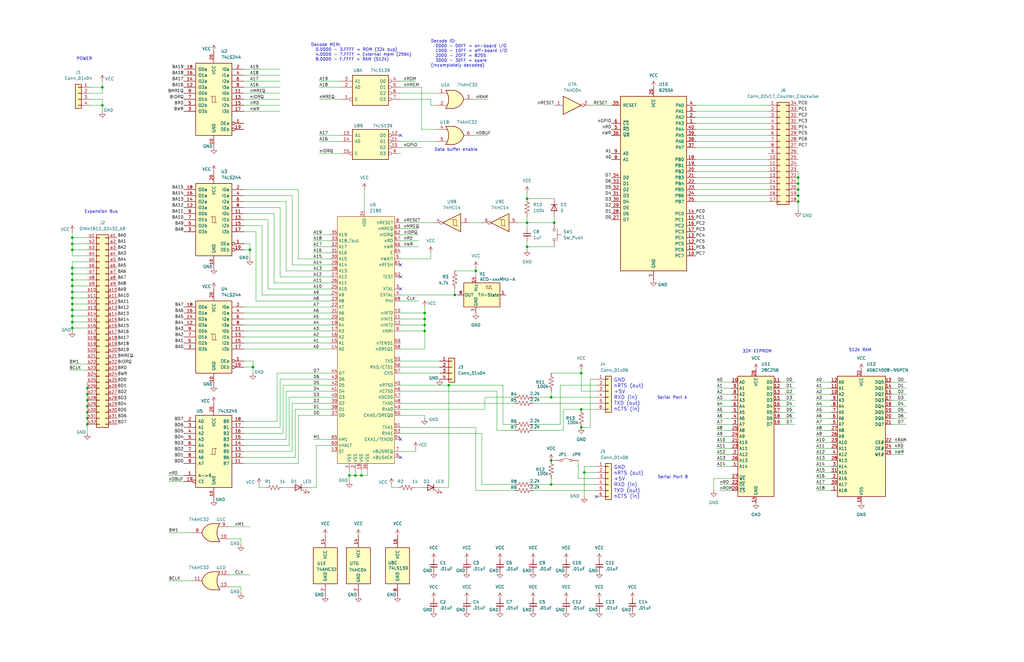
<source format=kicad_sch>
(kicad_sch (version 20231120) (generator "eeschema") (generator_version "8.0")
  (paper "User" 431.8 279.4)
  (junction (at 30.48 115.57))
  (junction (at 149.86 200.66))
  (junction (at 191.77 124.46))
  (junction (at 30.48 120.65))
  (junction (at 152.4 200.66))
  (junction (at 179.07 137.16))
  (junction (at 30.48 123.19))
  (junction (at 222.25 93.98))
  (junction (at 147.32 200.66))
  (junction (at 30.48 128.27))
  (junction (at 336.55 85.09))
  (junction (at 36.83 163.83))
  (junction (at 30.48 133.35))
  (junction (at 336.55 82.55))
  (junction (at 36.83 173.99))
  (junction (at 336.55 77.47))
  (junction (at 30.48 130.81))
  (junction (at 36.83 166.37))
  (junction (at 36.83 179.07))
  (junction (at 200.66 114.3))
  (junction (at 232.41 167.64))
  (junction (at 189.23 162.56))
  (junction (at 30.48 118.11))
  (junction (at 233.68 93.98))
  (junction (at 30.48 113.03))
  (junction (at 43.18 44.45))
  (junction (at 245.11 180.34))
  (junction (at 36.83 176.53))
  (junction (at 36.83 168.91))
  (junction (at 232.41 204.47))
  (junction (at 179.07 139.7))
  (junction (at 245.11 157.48))
  (junction (at 36.83 171.45))
  (junction (at 222.25 83.82))
  (junction (at 30.48 125.73))
  (junction (at 30.48 138.43))
  (junction (at 30.48 135.89))
  (junction (at 106.68 154.94))
  (junction (at 105.41 105.41))
  (junction (at 30.48 105.41))
  (junction (at 222.25 104.14))
  (junction (at 30.48 102.87))
  (junction (at 43.18 36.83))
  (junction (at 336.55 80.01))
  (junction (at 232.41 194.31))
  (junction (at 30.48 100.33))
  (junction (at 336.55 74.93))
  (junction (at 179.07 134.62))
  (junction (at 245.11 172.72))
  (junction (at 179.07 132.08))
  (junction (at 246.38 199.39))
  (no_connect (at 168.91 185.42))
  (no_connect (at 168.91 116.84))
  (no_connect (at 168.91 193.04))
  (no_connect (at 251.46 209.55))
  (no_connect (at 168.91 121.92))
  (no_connect (at 168.91 57.15))
  (no_connect (at 168.91 111.76))
  (wire (pts (xy 30.48 128.27) (xy 30.48 130.81)))
  (wire (pts (xy 375.92 179.07) (xy 382.27 179.07)))
  (wire (pts (xy 222.25 91.44) (xy 222.25 93.98)))
  (wire (pts (xy 30.48 105.41) (xy 30.48 107.95)))
  (wire (pts (xy 179.07 129.54) (xy 179.07 132.08)))
  (wire (pts (xy 344.17 201.93) (xy 350.52 201.93)))
  (wire (pts (xy 212.09 179.07) (xy 217.17 179.07)))
  (wire (pts (xy 168.91 134.62) (xy 179.07 134.62)))
  (wire (pts (xy 110.49 124.46) (xy 139.7 124.46)))
  (wire (pts (xy 168.91 59.69) (xy 184.15 59.69)))
  (wire (pts (xy 248.92 180.34) (xy 248.92 160.02)))
  (wire (pts (xy 43.18 34.29) (xy 43.18 36.83)))
  (wire (pts (xy 246.38 199.39) (xy 251.46 199.39)))
  (wire (pts (xy 302.26 161.29) (xy 308.61 161.29)))
  (wire (pts (xy 200.66 180.34) (xy 200.66 207.01)))
  (wire (pts (xy 181.61 44.45) (xy 184.15 44.45)))
  (wire (pts (xy 232.41 194.31) (xy 233.68 194.31)))
  (wire (pts (xy 224.79 179.07) (xy 236.22 179.07)))
  (wire (pts (xy 232.41 165.1) (xy 232.41 167.64)))
  (wire (pts (xy 43.18 46.99) (xy 43.18 44.45)))
  (wire (pts (xy 168.91 170.18) (xy 217.17 170.18)))
  (wire (pts (xy 246.38 196.85) (xy 246.38 199.39)))
  (wire (pts (xy 237.49 181.61) (xy 237.49 172.72)))
  (wire (pts (xy 30.48 115.57) (xy 36.83 115.57)))
  (wire (pts (xy 344.17 186.69) (xy 350.52 186.69)))
  (wire (pts (xy 344.17 161.29) (xy 350.52 161.29)))
  (wire (pts (xy 344.17 173.99) (xy 350.52 173.99)))
  (wire (pts (xy 102.87 82.55) (xy 123.19 82.55)))
  (wire (pts (xy 154.94 198.12) (xy 154.94 200.66)))
  (wire (pts (xy 30.48 123.19) (xy 30.48 125.73)))
  (wire (pts (xy 43.18 44.45) (xy 43.18 41.91)))
  (wire (pts (xy 344.17 171.45) (xy 350.52 171.45)))
  (wire (pts (xy 168.91 96.52) (xy 176.53 96.52)))
  (wire (pts (xy 113.03 121.92) (xy 139.7 121.92)))
  (wire (pts (xy 30.48 125.73) (xy 30.48 128.27)))
  (wire (pts (xy 344.17 194.31) (xy 350.52 194.31)))
  (wire (pts (xy 199.39 41.91) (xy 205.74 41.91)))
  (wire (pts (xy 30.48 100.33) (xy 30.48 102.87)))
  (wire (pts (xy 302.26 184.15) (xy 308.61 184.15)))
  (wire (pts (xy 168.91 109.22) (xy 181.61 109.22)))
  (wire (pts (xy 232.41 204.47) (xy 251.46 204.47)))
  (wire (pts (xy 168.91 101.6) (xy 176.53 101.6)))
  (wire (pts (xy 43.18 39.37) (xy 43.18 36.83)))
  (wire (pts (xy 168.91 99.06) (xy 176.53 99.06)))
  (wire (pts (xy 102.87 187.96) (xy 121.92 187.96)))
  (wire (pts (xy 71.12 203.2) (xy 77.47 203.2)))
  (wire (pts (xy 105.41 102.87) (xy 105.41 105.41)))
  (wire (pts (xy 302.26 168.91) (xy 308.61 168.91)))
  (wire (pts (xy 30.48 125.73) (xy 36.83 125.73)))
  (wire (pts (xy 30.48 135.89) (xy 30.48 138.43)))
  (wire (pts (xy 118.11 116.84) (xy 139.7 116.84)))
  (wire (pts (xy 121.92 187.96) (xy 121.92 167.64)))
  (wire (pts (xy 245.11 157.48) (xy 245.11 165.1)))
  (wire (pts (xy 204.47 172.72) (xy 204.47 167.64)))
  (wire (pts (xy 106.68 154.94) (xy 106.68 157.48)))
  (wire (pts (xy 109.22 204.47) (xy 109.22 205.74)))
  (wire (pts (xy 107.95 127) (xy 139.7 127)))
  (wire (pts (xy 302.26 176.53) (xy 308.61 176.53)))
  (wire (pts (xy 102.87 41.91) (xy 118.11 41.91)))
  (wire (pts (xy 81.28 245.11) (xy 71.12 245.11)))
  (wire (pts (xy 168.91 93.98) (xy 182.88 93.98)))
  (wire (pts (xy 168.91 139.7) (xy 179.07 139.7)))
  (wire (pts (xy 293.37 49.53) (xy 323.85 49.53)))
  (wire (pts (xy 125.73 175.26) (xy 139.7 175.26)))
  (wire (pts (xy 246.38 199.39) (xy 246.38 209.55)))
  (wire (pts (xy 302.26 191.77) (xy 308.61 191.77)))
  (wire (pts (xy 134.62 57.15) (xy 143.51 57.15)))
  (wire (pts (xy 102.87 85.09) (xy 120.65 85.09)))
  (wire (pts (xy 102.87 147.32) (xy 139.7 147.32)))
  (wire (pts (xy 30.48 113.03) (xy 36.83 113.03)))
  (wire (pts (xy 30.48 118.11) (xy 36.83 118.11)))
  (wire (pts (xy 102.87 177.8) (xy 116.84 177.8)))
  (wire (pts (xy 102.87 180.34) (xy 118.11 180.34)))
  (wire (pts (xy 344.17 181.61) (xy 350.52 181.61)))
  (wire (pts (xy 36.83 110.49) (xy 30.48 110.49)))
  (wire (pts (xy 102.87 87.63) (xy 118.11 87.63)))
  (wire (pts (xy 30.48 102.87) (xy 36.83 102.87)))
  (wire (pts (xy 293.37 57.15) (xy 323.85 57.15)))
  (wire (pts (xy 102.87 92.71) (xy 113.03 92.71)))
  (wire (pts (xy 107.95 97.79) (xy 107.95 127)))
  (wire (pts (xy 36.83 166.37) (xy 36.83 168.91)))
  (wire (pts (xy 336.55 85.09) (xy 336.55 88.9)))
  (wire (pts (xy 237.49 172.72) (xy 245.11 172.72)))
  (wire (pts (xy 147.32 200.66) (xy 147.32 203.2)))
  (wire (pts (xy 132.08 185.42) (xy 139.7 185.42)))
  (wire (pts (xy 134.62 59.69) (xy 143.51 59.69)))
  (wire (pts (xy 222.25 104.14) (xy 233.68 104.14)))
  (wire (pts (xy 102.87 39.37) (xy 118.11 39.37)))
  (wire (pts (xy 120.65 165.1) (xy 139.7 165.1)))
  (wire (pts (xy 29.21 153.67) (xy 36.83 153.67)))
  (wire (pts (xy 375.92 191.77) (xy 381 191.77)))
  (wire (pts (xy 293.37 80.01) (xy 323.85 80.01)))
  (wire (pts (xy 336.55 80.01) (xy 336.55 82.55)))
  (wire (pts (xy 375.92 173.99) (xy 382.27 173.99)))
  (wire (pts (xy 81.28 224.79) (xy 71.12 224.79)))
  (wire (pts (xy 375.92 161.29) (xy 382.27 161.29)))
  (wire (pts (xy 236.22 162.56) (xy 251.46 162.56)))
  (wire (pts (xy 293.37 59.69) (xy 323.85 59.69)))
  (wire (pts (xy 344.17 184.15) (xy 350.52 184.15)))
  (wire (pts (xy 30.48 115.57) (xy 30.48 118.11)))
  (wire (pts (xy 243.84 194.31) (xy 243.84 201.93)))
  (wire (pts (xy 179.07 134.62) (xy 179.07 137.16)))
  (wire (pts (xy 30.48 105.41) (xy 36.83 105.41)))
  (wire (pts (xy 232.41 157.48) (xy 245.11 157.48)))
  (wire (pts (xy 125.73 195.58) (xy 125.73 175.26)))
  (wire (pts (xy 344.17 207.01) (xy 350.52 207.01)))
  (wire (pts (xy 344.17 176.53) (xy 350.52 176.53)))
  (wire (pts (xy 30.48 135.89) (xy 36.83 135.89)))
  (wire (pts (xy 102.87 34.29) (xy 118.11 34.29)))
  (wire (pts (xy 336.55 74.93) (xy 336.55 77.47)))
  (wire (pts (xy 209.55 181.61) (xy 217.17 181.61)))
  (wire (pts (xy 102.87 29.21) (xy 118.11 29.21)))
  (wire (pts (xy 222.25 93.98) (xy 233.68 93.98)))
  (wire (pts (xy 303.53 207.01) (xy 308.61 207.01)))
  (wire (pts (xy 121.92 167.64) (xy 139.7 167.64)))
  (wire (pts (xy 30.48 138.43) (xy 36.83 138.43)))
  (wire (pts (xy 168.91 175.26) (xy 179.07 175.26)))
  (wire (pts (xy 134.62 34.29) (xy 143.51 34.29)))
  (wire (pts (xy 102.87 132.08) (xy 139.7 132.08)))
  (wire (pts (xy 293.37 44.45) (xy 323.85 44.45)))
  (wire (pts (xy 102.87 105.41) (xy 105.41 105.41)))
  (wire (pts (xy 168.91 36.83) (xy 177.8 36.83)))
  (wire (pts (xy 300.99 201.93) (xy 300.99 207.01)))
  (wire (pts (xy 43.18 41.91) (xy 38.1 41.91)))
  (wire (pts (xy 175.26 189.23) (xy 175.26 190.5)))
  (wire (pts (xy 302.26 196.85) (xy 308.61 196.85)))
  (wire (pts (xy 30.48 110.49) (xy 30.48 113.03)))
  (wire (pts (xy 344.17 166.37) (xy 350.52 166.37)))
  (wire (pts (xy 30.48 113.03) (xy 30.48 115.57)))
  (wire (pts (xy 102.87 142.24) (xy 139.7 142.24)))
  (wire (pts (xy 245.11 156.21) (xy 245.11 157.48)))
  (wire (pts (xy 30.48 130.81) (xy 30.48 133.35)))
  (wire (pts (xy 36.83 107.95) (xy 30.48 107.95)))
  (wire (pts (xy 302.26 186.69) (xy 308.61 186.69)))
  (wire (pts (xy 119.38 205.74) (xy 121.92 205.74)))
  (wire (pts (xy 120.65 85.09) (xy 120.65 114.3)))
  (wire (pts (xy 222.25 104.14) (xy 222.25 101.6)))
  (wire (pts (xy 101.6 227.33) (xy 96.52 227.33)))
  (wire (pts (xy 344.17 168.91) (xy 350.52 168.91)))
  (wire (pts (xy 132.08 101.6) (xy 139.7 101.6)))
  (wire (pts (xy 209.55 165.1) (xy 209.55 181.61)))
  (wire (pts (xy 200.66 207.01) (xy 217.17 207.01)))
  (wire (pts (xy 168.91 154.94) (xy 185.42 154.94)))
  (wire (pts (xy 189.23 162.56) (xy 189.23 205.74)))
  (wire (pts (xy 217.17 204.47) (xy 203.2 204.47)))
  (wire (pts (xy 116.84 177.8) (xy 116.84 157.48)))
  (wire (pts (xy 243.84 201.93) (xy 251.46 201.93)))
  (wire (pts (xy 336.55 82.55) (xy 336.55 85.09)))
  (wire (pts (xy 165.1 204.47) (xy 165.1 205.74)))
  (wire (pts (xy 102.87 44.45) (xy 118.11 44.45)))
  (wire (pts (xy 224.79 167.64) (xy 232.41 167.64)))
  (wire (pts (xy 375.92 189.23) (xy 381 189.23)))
  (wire (pts (xy 179.07 137.16) (xy 179.07 139.7)))
  (wire (pts (xy 118.11 160.02) (xy 139.7 160.02)))
  (wire (pts (xy 30.48 128.27) (xy 36.83 128.27)))
  (wire (pts (xy 302.26 173.99) (xy 308.61 173.99)))
  (wire (pts (xy 102.87 95.25) (xy 110.49 95.25)))
  (wire (pts (xy 116.84 157.48) (xy 139.7 157.48)))
  (wire (pts (xy 102.87 97.79) (xy 107.95 97.79)))
  (wire (pts (xy 236.22 179.07) (xy 236.22 162.56)))
  (wire (pts (xy 36.83 179.07) (xy 36.83 182.88)))
  (wire (pts (xy 115.57 90.17) (xy 115.57 119.38)))
  (wire (pts (xy 36.83 168.91) (xy 36.83 171.45)))
  (wire (pts (xy 30.48 120.65) (xy 30.48 123.19)))
  (wire (pts (xy 110.49 95.25) (xy 110.49 124.46)))
  (wire (pts (xy 102.87 137.16) (xy 139.7 137.16)))
  (wire (pts (xy 102.87 154.94) (xy 106.68 154.94)))
  (wire (pts (xy 293.37 54.61) (xy 323.85 54.61)))
  (wire (pts (xy 168.91 39.37) (xy 184.15 39.37)))
  (wire (pts (xy 168.91 137.16) (xy 179.07 137.16)))
  (wire (pts (xy 293.37 82.55) (xy 323.85 82.55)))
  (wire (pts (xy 36.83 161.29) (xy 36.83 163.83)))
  (wire (pts (xy 293.37 62.23) (xy 323.85 62.23)))
  (wire (pts (xy 222.25 93.98) (xy 222.25 96.52)))
  (wire (pts (xy 200.66 114.3) (xy 200.66 116.84)))
  (wire (pts (xy 147.32 198.12) (xy 147.32 200.66)))
  (wire (pts (xy 102.87 144.78) (xy 139.7 144.78)))
  (wire (pts (xy 152.4 200.66) (xy 149.86 200.66)))
  (wire (pts (xy 113.03 92.71) (xy 113.03 121.92)))
  (wire (pts (xy 251.46 172.72) (xy 245.11 172.72)))
  (wire (pts (xy 245.11 180.34) (xy 248.92 180.34)))
  (wire (pts (xy 36.83 173.99) (xy 36.83 176.53)))
  (wire (pts (xy 134.62 41.91) (xy 143.51 41.91)))
  (wire (pts (xy 123.19 170.18) (xy 139.7 170.18)))
  (wire (pts (xy 149.86 200.66) (xy 147.32 200.66)))
  (wire (pts (xy 375.92 168.91) (xy 382.27 168.91)))
  (wire (pts (xy 199.39 57.15) (xy 205.74 57.15)))
  (wire (pts (xy 129.54 205.74) (xy 133.35 205.74)))
  (wire (pts (xy 293.37 52.07) (xy 323.85 52.07)))
  (wire (pts (xy 168.91 162.56) (xy 189.23 162.56)))
  (wire (pts (xy 123.19 82.55) (xy 123.19 111.76)))
  (wire (pts (xy 30.48 118.11) (xy 30.48 120.65)))
  (wire (pts (xy 102.87 139.7) (xy 139.7 139.7)))
  (wire (pts (xy 185.42 205.74) (xy 189.23 205.74)))
  (wire (pts (xy 36.83 176.53) (xy 36.83 179.07)))
  (wire (pts (xy 102.87 195.58) (xy 125.73 195.58)))
  (wire (pts (xy 36.83 171.45) (xy 36.83 173.99)))
  (wire (pts (xy 123.19 111.76) (xy 139.7 111.76)))
  (wire (pts (xy 168.91 180.34) (xy 200.66 180.34)))
  (wire (pts (xy 168.91 127) (xy 176.53 127)))
  (wire (pts (xy 168.91 165.1) (xy 209.55 165.1)))
  (wire (pts (xy 115.57 119.38) (xy 139.7 119.38)))
  (wire (pts (xy 124.46 193.04) (xy 124.46 172.72)))
  (wire (pts (xy 153.67 80.01) (xy 153.67 88.9)))
  (wire (pts (xy 133.35 187.96) (xy 133.35 205.74)))
  (wire (pts (xy 204.47 167.64) (xy 217.17 167.64)))
  (wire (pts (xy 132.08 106.68) (xy 139.7 106.68)))
  (wire (pts (xy 168.91 157.48) (xy 185.42 157.48)))
  (wire (pts (xy 102.87 46.99) (xy 118.11 46.99)))
  (wire (pts (xy 120.65 185.42) (xy 120.65 165.1)))
  (wire (pts (xy 344.17 191.77) (xy 350.52 191.77)))
  (wire (pts (xy 251.46 196.85) (xy 246.38 196.85)))
  (wire (pts (xy 30.48 133.35) (xy 30.48 135.89)))
  (wire (pts (xy 30.48 138.43) (xy 30.48 139.7)))
  (wire (pts (xy 222.25 83.82) (xy 233.68 83.82)))
  (wire (pts (xy 102.87 36.83) (xy 118.11 36.83)))
  (wire (pts (xy 302.26 171.45) (xy 308.61 171.45)))
  (wire (pts (xy 132.08 104.14) (xy 139.7 104.14)))
  (wire (pts (xy 302.26 194.31) (xy 308.61 194.31)))
  (wire (pts (xy 293.37 67.31) (xy 323.85 67.31)))
  (wire (pts (xy 30.48 120.65) (xy 36.83 120.65)))
  (wire (pts (xy 36.83 163.83) (xy 36.83 166.37)))
  (wire (pts (xy 212.09 162.56) (xy 212.09 179.07)))
  (wire (pts (xy 125.73 80.01) (xy 125.73 109.22)))
  (wire (pts (xy 218.44 93.98) (xy 222.25 93.98)))
  (wire (pts (xy 102.87 134.62) (xy 139.7 134.62)))
  (wire (pts (xy 181.61 106.68) (xy 181.61 109.22)))
  (wire (pts (xy 118.11 87.63) (xy 118.11 116.84)))
  (wire (pts (xy 344.17 196.85) (xy 350.52 196.85)))
  (wire (pts (xy 375.92 176.53) (xy 382.27 176.53)))
  (wire (pts (xy 168.91 62.23) (xy 177.8 62.23)))
  (wire (pts (xy 336.55 72.39) (xy 336.55 74.93)))
  (wire (pts (xy 167.64 205.74) (xy 165.1 205.74)))
  (wire (pts (xy 293.37 77.47) (xy 323.85 77.47)))
  (wire (pts (xy 134.62 64.77) (xy 143.51 64.77)))
  (wire (pts (xy 302.26 179.07) (xy 308.61 179.07)))
  (wire (pts (xy 224.79 181.61) (xy 237.49 181.61)))
  (wire (pts (xy 102.87 31.75) (xy 118.11 31.75)))
  (wire (pts (xy 344.17 204.47) (xy 350.52 204.47)))
  (wire (pts (xy 248.92 44.45) (xy 257.81 44.45)))
  (wire (pts (xy 222.25 105.41) (xy 222.25 104.14)))
  (wire (pts (xy 96.52 222.25) (xy 105.41 222.25)))
  (wire (pts (xy 293.37 85.09) (xy 323.85 85.09)))
  (wire (pts (xy 328.93 173.99) (xy 335.28 173.99)))
  (wire (pts (xy 224.79 204.47) (xy 232.41 204.47)))
  (wire (pts (xy 328.93 171.45) (xy 335.28 171.45)))
  (wire (pts (xy 224.79 207.01) (xy 251.46 207.01)))
  (wire (pts (xy 134.62 36.83) (xy 143.51 36.83)))
  (wire (pts (xy 96.52 242.57) (xy 105.41 242.57)))
  (wire (pts (xy 168.91 124.46) (xy 191.77 124.46)))
  (wire (pts (xy 293.37 72.39) (xy 323.85 72.39)))
  (wire (pts (xy 102.87 152.4) (xy 106.68 152.4)))
  (wire (pts (xy 344.17 199.39) (xy 350.52 199.39)))
  (wire (pts (xy 30.48 130.81) (xy 36.83 130.81)))
  (wire (pts (xy 375.92 171.45) (xy 382.27 171.45)))
  (wire (pts (xy 375.92 166.37) (xy 382.27 166.37)))
  (wire (pts (xy 336.55 77.47) (xy 336.55 80.01)))
  (wire (pts (xy 102.87 193.04) (xy 124.46 193.04)))
  (wire (pts (xy 177.8 54.61) (xy 184.15 54.61)))
  (wire (pts (xy 181.61 44.45) (xy 181.61 41.91)))
  (wire (pts (xy 293.37 69.85) (xy 323.85 69.85)))
  (wire (pts (xy 328.93 179.07) (xy 335.28 179.07)))
  (wire (pts (xy 119.38 182.88) (xy 119.38 162.56)))
  (wire (pts (xy 30.48 100.33) (xy 36.83 100.33)))
  (wire (pts (xy 125.73 109.22) (xy 139.7 109.22)))
  (wire (pts (xy 111.76 205.74) (xy 109.22 205.74)))
  (wire (pts (xy 30.48 97.79) (xy 30.48 100.33)))
  (wire (pts (xy 168.91 41.91) (xy 181.61 41.91)))
  (wire (pts (xy 344.17 189.23) (xy 350.52 189.23)))
  (wire (pts (xy 232.41 167.64) (xy 251.46 167.64)))
  (wire (pts (xy 203.2 182.88) (xy 168.91 182.88)))
  (wire (pts (xy 168.91 172.72) (xy 204.47 172.72)))
  (wire (pts (xy 293.37 46.99) (xy 323.85 46.99)))
  (wire (pts (xy 344.17 163.83) (xy 350.52 163.83)))
  (wire (pts (xy 102.87 185.42) (xy 120.65 185.42)))
  (wire (pts (xy 29.21 156.21) (xy 36.83 156.21)))
  (wire (pts (xy 191.77 124.46) (xy 193.04 124.46)))
  (wire (pts (xy 38.1 44.45) (xy 43.18 44.45)))
  (wire (pts (xy 308.61 201.93) (xy 300.99 201.93)))
  (wire (pts (xy 232.41 201.93) (xy 232.41 204.47)))
  (wire (pts (xy 344.17 179.07) (xy 350.52 179.07)))
  (wire (pts (xy 233.68 91.44) (xy 233.68 93.98)))
  (wire (pts (xy 302.26 181.61) (xy 308.61 181.61)))
  (wire (pts (xy 132.08 99.06) (xy 139.7 99.06)))
  (wire (pts (xy 328.93 163.83) (xy 335.28 163.83)))
  (wire (pts (xy 139.7 187.96) (xy 133.35 187.96)))
  (wire (pts (xy 302.26 189.23) (xy 308.61 189.23)))
  (wire (pts (xy 191.77 114.3) (xy 200.66 114.3)))
  (wire (pts (xy 120.65 114.3) (xy 139.7 114.3)))
  (wire (pts (xy 118.11 180.34) (xy 118.11 160.02)))
  (wire (pts (xy 179.07 132.08) (xy 179.07 134.62)))
  (wire (pts (xy 168.91 132.08) (xy 179.07 132.08)))
  (wire (pts (xy 200.66 113.03) (xy 200.66 114.3)))
  (wire (pts (xy 168.91 147.32) (xy 179.07 147.32)))
  (wire (pts (xy 168.91 152.4) (xy 185.42 152.4)))
  (wire (pts (xy 124.46 172.72) (xy 139.7 172.72)))
  (wire (pts (xy 198.12 93.98) (xy 203.2 93.98)))
  (wire (pts (xy 119.38 162.56) (xy 139.7 162.56)))
  (wire (pts (xy 328.93 168.91) (xy 335.28 168.91)))
  (wire (pts (xy 149.86 198.12) (xy 149.86 200.66)))
  (wire (pts (xy 189.23 162.56) (xy 212.09 162.56)))
  (wire (pts (xy 154.94 200.66) (xy 152.4 200.66)))
  (wire (pts (xy 177.8 36.83) (xy 177.8 54.61)))
  (wire (pts (xy 101.6 247.65) (xy 96.52 247.65)))
  (wire (pts (xy 375.92 186.69) (xy 381 186.69)))
  (wire (pts (xy 102.87 182.88) (xy 119.38 182.88)))
  (wire (pts (xy 102.87 90.17) (xy 115.57 90.17)))
  (wire (pts (xy 38.1 39.37) (xy 43.18 39.37)))
  (wire (pts (xy 303.53 204.47) (xy 308.61 204.47)))
  (wire (pts (xy 224.79 170.18) (xy 251.46 170.18)))
  (wire (pts (xy 191.77 121.92) (xy 191.77 124.46)))
  (wire (pts (xy 152.4 198.12) (xy 152.4 200.66)))
  (wire (pts (xy 245.11 165.1) (xy 251.46 165.1)))
  (wire (pts (xy 106.68 152.4) (xy 106.68 154.94)))
  (wire (pts (xy 43.18 36.83) (xy 38.1 36.83)))
  (wire (pts (xy 30.48 123.19) (xy 36.83 123.19)))
  (wire (pts (xy 168.91 104.14) (xy 176.53 104.14)))
  (wire (pts (xy 30.48 133.35) (xy 36.83 133.35)))
  (wire (pts (xy 105.41 105.41) (xy 105.41 109.22)))
  (wire (pts (xy 123.19 190.5) (xy 123.19 170.18)))
  (wire (pts (xy 102.87 102.87) (xy 105.41 102.87)))
  (wire (pts (xy 375.92 163.83) (xy 382.27 163.83)))
  (wire (pts (xy 101.6 229.87) (xy 101.6 227.33)))
  (wire (pts (xy 179.07 175.26) (xy 179.07 176.53)))
  (wire (pts (xy 30.48 102.87) (xy 30.48 105.41)))
  (wire (pts (xy 328.93 176.53) (xy 335.28 176.53)))
  (wire (pts (xy 328.93 166.37) (xy 335.28 166.37)))
  (wire (pts (xy 102.87 80.01) (xy 125.73 80.01)))
  (wire (pts (xy 102.87 190.5) (xy 123.19 190.5)))
  (wire (pts (xy 302.26 166.37) (xy 308.61 166.37)))
  (wire (pts (xy 168.91 34.29) (xy 175.26 34.29)))
  (wire (pts (xy 293.37 74.93) (xy 323.85 74.93)))
  (wire (pts (xy 222.25 83.82) (xy 222.25 81.28)))
  (wire (pts (xy 101.6 250.19) (xy 101.6 247.65)))
  (wire (pts (xy 175.26 205.74) (xy 177.8 205.74)))
  (wire (pts (xy 102.87 129.54) (xy 139.7 129.54)))
  (wire (pts (xy 203.2 204.47) (xy 203.2 182.88)))
  (wire (pts (xy 179.07 147.32) (xy 179.07 139.7)))
  (wire (pts (xy 248.92 160.02) (xy 251.46 160.02)))
  (wire (pts (xy 328.93 161.29) (xy 335.28 161.29)))
  (wire (pts (xy 71.12 200.66) (xy 77.47 200.66)))
  (wire (pts (xy 168.91 190.5) (xy 175.26 190.5)))
  (wire (pts (xy 302.26 163.83) (xy 308.61 163.83)))
  (text "Serial Port B" (at 283.718 201.422 0) (effects (font (size 1.27 1.27))))
  (text "Serial Port A" (at 283.464 167.894 0) (effects (font (size 1.27 1.27))))
  (text "GND\nnRTS (out)\n+5V\nRXD (in)\nTXD (out)\nnCTS (in)" (at 258.826 203.454 0) (effects (font (size 1.524 1.524)) (justify left)))
  (text "Decode MEM:\n  0.0000 - 3.FFFF = ROM (32k dup)\n  4.0000 - 7.FFFF = External mem (256k)\n  8.0000 - F.FFFF = RAM (512k)\n" (at 131.064 22.098 0) (effects (font (size 1.27 1.27)) (justify left)))
  (text "32K EEPROM" (at 319.278 148.336 0) (effects (font (size 1.27 1.27))))
  (text "POWER" (at 35.56 24.892 0) (effects (font (size 1.27 1.27))))
  (text "Decode IO:\n  0000 - 00FF = on-board I/O\n  1000 - 10FF = off-board I/O\n  2000 - 20FF = 8255\n  3000 - 30FF = spare\n(Incompletely decoded)" (at 181.61 22.606 0) (effects (font (size 1.27 1.27)) (justify left)))
  (text "512k RAM" (at 362.712 147.828 0) (effects (font (size 1.27 1.27))))
  (text "Data buffer enable" (at 183.134 63.246 0) (effects (font (size 1.27 1.27)) (justify left)))
  (text "Expansion Bus" (at 35.56 89.408 0) (effects (font (size 1.27 1.27)) (justify left)))
  (text "GND\nnRTS (out)\n+5V\nRXD (in)\nTXD (out)\nnCTS (in)" (at 258.826 166.624 0) (effects (font (size 1.524 1.524)) (justify left)))
  (label "BA16" (at 77.47 36.83 180))
  (label "A4" (at 302.26 171.45 0))
  (label "A11" (at 302.26 189.23 0))
  (label "D2" (at 132.08 170.18 0))
  (label "D0" (at 132.08 175.26 0))
  (label "BA14" (at 49.53 135.89 0))
  (label "A14" (at 132.08 111.76 0))
  (label "BIORQ" (at 77.47 41.91 180))
  (label "A16" (at 344.17 201.93 0))
  (label "BIORQ" (at 49.53 153.67 0))
  (label "BA9" (at 77.47 95.25 180))
  (label "A19" (at 132.08 99.06 0))
  (label "A14" (at 302.26 196.85 0))
  (label "PC2" (at 336.55 49.53 0))
  (label "BA13" (at 77.47 85.09 180))
  (label "A18" (at 132.08 101.6 0))
  (label "BRD" (at 49.53 156.21 0))
  (label "A8" (at 132.08 127 0))
  (label "PC6" (at 293.37 105.41 0))
  (label "A0" (at 344.17 161.29 0))
  (label "A11" (at 344.17 189.23 0))
  (label "nROM" (at 170.18 34.29 0))
  (label "nIORQ" (at 105.41 41.91 0))
  (label "nGPIO" (at 170.18 62.23 0))
  (label "BA14" (at 77.47 82.55 180))
  (label "A9" (at 344.17 184.15 0))
  (label "A1" (at 344.17 163.83 0))
  (label "BA2" (at 77.47 142.24 180))
  (label "CLK" (at 99.06 242.57 0))
  (label "BA3" (at 77.47 139.7 180))
  (label "BA10" (at 49.53 125.73 0))
  (label "A2" (at 344.17 166.37 0))
  (label "PC1" (at 293.37 92.71 0))
  (label "nRESET" (at 170.18 93.98 0))
  (label "D7" (at 132.08 157.48 0))
  (label "BA10" (at 77.47 92.71 180))
  (label "A5" (at 302.26 173.99 0))
  (label "BD3" (at 77.47 187.96 180))
  (label "nDBUF" (at 200.66 57.15 0))
  (label "A12" (at 344.17 191.77 0))
  (label "nROM" (at 303.53 207.01 0))
  (label "BD0" (at 77.47 195.58 180))
  (label "D3" (at 378.46 168.91 0))
  (label "A17" (at 344.17 204.47 0))
  (label "A8" (at 302.26 181.61 0))
  (label "BWR" (at 49.53 158.75 0))
  (label "A17" (at 105.41 34.29 0))
  (label "A6" (at 132.08 132.08 0))
  (label "A10" (at 132.08 121.92 0))
  (label "A18" (at 344.17 207.01 0))
  (label "BD4" (at 49.53 171.45 0))
  (label "BM1" (at 29.21 153.67 0))
  (label "RESET" (at 250.19 44.45 0))
  (label "D3" (at 331.47 168.91 0))
  (label "PC4" (at 293.37 100.33 0))
  (label "BA12" (at 77.47 87.63 180))
  (label "nRD" (at 303.53 204.47 0))
  (label "A12" (at 132.08 116.84 0))
  (label "nRD" (at 257.81 54.61 180))
  (label "BA9" (at 49.53 123.19 0))
  (label "PC5" (at 293.37 102.87 0))
  (label "BA11" (at 77.47 90.17 180))
  (label "BD7" (at 77.47 177.8 180))
  (label "nRAM" (at 377.19 186.69 0))
  (label "nMREQ" (at 134.62 41.91 0))
  (label "A15" (at 344.17 199.39 0))
  (label "BA19" (at 49.53 148.59 0))
  (label "A0" (at 257.81 67.31 180))
  (label "BA6" (at 49.53 115.57 0))
  (label "D6" (at 132.08 160.02 0))
  (label "BA13" (at 49.53 133.35 0))
  (label "BA0" (at 77.47 147.32 180))
  (label "BA2" (at 49.53 105.41 0))
  (label "BA16" (at 49.53 140.97 0))
  (label "A12" (at 302.26 191.77 0))
  (label "PC3" (at 336.55 52.07 0))
  (label "BA18" (at 49.53 146.05 0))
  (label "M1" (at 132.08 185.42 0))
  (label "A11" (at 132.08 119.38 0))
  (label "BA6" (at 77.47 132.08 180))
  (label "nRAM" (at 200.66 41.91 0))
  (label "A16" (at 132.08 106.68 0))
  (label "A2" (at 132.08 142.24 0))
  (label "A7" (at 302.26 179.07 0))
  (label "A0" (at 132.08 147.32 0))
  (label "nM1" (at 99.06 222.25 0))
  (label "BA15" (at 49.53 138.43 0))
  (label "D5" (at 257.81 80.01 180))
  (label "BD4" (at 77.47 185.42 180))
  (label "BMREQ" (at 77.47 39.37 180))
  (label "CLK" (at 171.45 127 0))
  (label "A1" (at 257.81 64.77 180))
  (label "A4" (at 344.17 171.45 0))
  (label "D7" (at 331.47 179.07 0))
  (label "PC6" (at 336.55 59.69 0))
  (label "BD1" (at 49.53 163.83 0))
  (label "BA18" (at 77.47 31.75 180))
  (label "BD6" (at 77.47 180.34 180))
  (label "nMREQ" (at 105.41 39.37 0))
  (label "D2" (at 331.47 166.37 0))
  (label "nWR" (at 170.18 104.14 0))
  (label "A3" (at 132.08 139.7 0))
  (label "A3" (at 344.17 168.91 0))
  (label "BA17" (at 77.47 34.29 180))
  (label "D7" (at 378.46 179.07 0))
  (label "BA0" (at 49.53 100.33 0))
  (label "BD5" (at 77.47 182.88 180))
  (label "BA11" (at 49.53 128.27 0))
  (label "BMREQ" (at 49.53 151.13 0))
  (label "D0" (at 331.47 161.29 0))
  (label "BA3" (at 49.53 107.95 0))
  (label "BCLK" (at 29.21 156.21 0))
  (label "nWR" (at 377.19 191.77 0))
  (label "A18" (at 105.41 31.75 0))
  (label "BA7" (at 77.47 129.54 180))
  (label "A4" (at 132.08 137.16 0))
  (label "BRD" (at 77.47 44.45 180))
  (label "nRD" (at 377.19 189.23 0))
  (label "D1" (at 257.81 90.17 180))
  (label "PC4" (at 336.55 54.61 0))
  (label "nMREQ" (at 170.18 96.52 0))
  (label "D1" (at 378.46 163.83 0))
  (label "D6" (at 331.47 176.53 0))
  (label "PC2" (at 293.37 95.25 0))
  (label "D4" (at 378.46 171.45 0))
  (label "A17" (at 132.08 104.14 0))
  (label "A18" (at 134.62 36.83 0))
  (label "BWR" (at 77.47 46.99 180))
  (label "nRD" (at 170.18 101.6 0))
  (label "A13" (at 302.26 194.31 0))
  (label "PC0" (at 293.37 90.17 0))
  (label "BA8" (at 49.53 120.65 0))
  (label "D4" (at 257.81 82.55 180))
  (label "D1" (at 132.08 172.72 0))
  (label "D6" (at 257.81 77.47 180))
  (label "nXMEM" (at 170.18 36.83 0))
  (label "A16" (at 134.62 59.69 0))
  (label "A5" (at 344.17 173.99 0))
  (label "BA7" (at 49.53 118.11 0))
  (label "PC7" (at 336.55 62.23 0))
  (label "A5" (at 132.08 134.62 0))
  (label "D1" (at 331.47 163.83 0))
  (label "D5" (at 331.47 173.99 0))
  (label "D7" (at 257.81 74.93 180))
  (label "BD1" (at 77.47 193.04 180))
  (label "D6" (at 378.46 176.53 0))
  (label "nRD" (at 105.41 44.45 0))
  (label "BCLK" (at 71.12 245.11 0))
  (label "A7" (at 132.08 129.54 0))
  (label "A14" (at 344.17 196.85 0))
  (label "PC0" (at 336.55 44.45 0))
  (label "A2" (at 302.26 166.37 0))
  (label "BD2" (at 77.47 190.5 180))
  (label "BM1" (at 71.12 224.79 0))
  (label "nGPIO" (at 257.81 52.07 180))
  (label "BA15" (at 77.47 80.01 180))
  (label "A13" (at 132.08 114.3 0))
  (label "BD6" (at 49.53 176.53 0))
  (label "BD5" (at 49.53 173.99 0))
  (label "BD2" (at 49.53 166.37 0))
  (label "D0" (at 378.46 161.29 0))
  (label "A6" (at 344.17 176.53 0))
  (label "A0" (at 302.26 161.29 0))
  (label "nWR" (at 105.41 46.99 0))
  (label "BD0" (at 49.53 161.29 0))
  (label "A16" (at 105.41 36.83 0))
  (label "D2" (at 257.81 87.63 180))
  (label "nIORQ" (at 134.62 64.77 0))
  (label "A1" (at 132.08 144.78 0))
  (label "BD7" (at 49.53 179.07 0))
  (label "D0" (at 257.81 92.71 180))
  (label "A13" (at 344.17 194.31 0))
  (label "A19" (at 134.62 34.29 0))
  (label "A17" (at 134.62 57.15 0))
  (label "A3" (at 302.26 168.91 0))
  (label "A8" (at 344.17 181.61 0))
  (label "PC3" (at 293.37 97.79 0))
  (label "D3" (at 257.81 85.09 180))
  (label "PC7" (at 293.37 107.95 0))
  (label "BA17" (at 49.53 143.51 0))
  (label "D4" (at 331.47 171.45 0))
  (label "BA12" (at 49.53 130.81 0))
  (label "nWR" (at 257.81 57.15 180))
  (label "PC1" (at 336.55 46.99 0))
  (label "D3" (at 132.08 167.64 0))
  (label "A19" (at 105.41 29.21 0))
  (label "BA1" (at 77.47 144.78 180))
  (label "nRESET" (at 233.68 44.45 180))
  (label "nIORQ" (at 170.18 99.06 0))
  (label "A9" (at 132.08 124.46 0))
  (label "BA5" (at 49.53 113.03 0))
  (label "BD3" (at 49.53 168.91 0))
  (label "BA4" (at 49.53 110.49 0))
  (label "PC5" (at 336.55 57.15 0))
  (label "A10" (at 302.26 186.69 0))
  (label "A10" (at 344.17 186.69 0))
  (label "D4" (at 132.08 165.1 0))
  (label "BA1" (at 49.53 102.87 0))
  (label "nDBUF" (at 71.12 203.2 0))
  (label "BA4" (at 77.47 137.16 180))
  (label "D2" (at 378.46 166.37 0))
  (label "A1" (at 302.26 163.83 0))
  (label "BA5" (at 77.47 134.62 180))
  (label "A15" (at 132.08 109.22 0))
  (label "nRD" (at 71.12 200.66 0))
  (label "BA8" (at 77.47 97.79 180))
  (label "D5" (at 132.08 162.56 0))
  (label "BA19" (at 77.47 29.21 180))
  (label "A6" (at 302.26 176.53 0))
  (label "A9" (at 302.26 184.15 0))
  (label "D5" (at 378.46 173.99 0))
  (label "A7" (at 344.17 179.07 0))
  (symbol (lib_id "power:GND") (at 30.48 139.7 0) (mirror y) (unit 1)
    (property "Reference" "#PWR02" (effects (hide yes)))
    (property "Value" "GND" (at 27.94 139.192 0))
    (property "Description" "Power symbol creates a global label with name \"GND\" , ground" (effects (hide yes)))
  )
  (symbol (lib_id "power:GND") (at 43.18 46.99 0) (unit 1)
    (property "Reference" "#PWR05" (effects (hide yes)))
    (property "Value" "GND" (at 45.72 46.482 0))
    (property "Description" "Power symbol creates a global label with name \"GND\" , ground" (effects (hide yes)))
  )
  (symbol (lib_id "power:VCC") (at 275.59 36.83 0) (unit 1)
    (property "Reference" "#PWR060" (effects (hide yes)))
    (property "Value" "VCC" (at 275.59 31.75 0))
    (property "Description" "Power symbol creates a global label with name \"VCC\"" (effects (hide yes)))
  )
  (symbol (lib_id "Device:C_Small") (at 196.85 255.27 0) (unit 1)
    (property "Reference" "C4" (at 199.39 254.0062 0) (effects (justify left)))
    (property "Value" ".01uF" (at 199.39 256.5462 0) (effects (justify left)))
    (property "Footprint" "Capacitor_THT:C_Disc_D5.0mm_W2.5mm_P2.50mm" (effects (hide yes)))
    (property "Description" "Unpolarized capacitor, small symbol" (effects (hide yes)))
  )
  (symbol (lib_id "power:VCC") (at 318.77 156.21 0) (unit 1)
    (property "Reference" "#PWR063" (effects (hide yes)))
    (property "Value" "VCC" (at 318.77 151.13 0))
    (property "Description" "Power symbol creates a global label with name \"VCC\"" (effects (hide yes)))
  )
  (symbol (lib_id "Device:R_US") (at 191.77 118.11 0) (unit 1)
    (property "Reference" "R3" (at 189.23 116.8399 0) (effects (justify right)))
    (property "Value" "4.7k" (at 189.23 119.3799 0) (effects (justify right)))
    (property "Footprint" "Resistor_THT:R_Axial_DIN0207_L6.3mm_D2.5mm_P10.16mm_Horizontal" (effects (hide yes)))
    (property "Description" "Resistor, US symbol" (effects (hide yes)))
  )
  (symbol (lib_id "74xx:74HC14") (at 190.5 93.98 0) (mirror y) (unit 2)
    (property "Reference" "U9" (at 190.5 85.09 0))
    (property "Value" "74HC14" (at 190.5 87.63 0))
    (property "Footprint" "Package_DIP:DIP-14_W7.62mm" (effects (hide yes)))
    (property "Datasheet" "http://www.ti.com/lit/gpn/sn74HC14" (effects (hide yes)))
    (property "Description" "Hex inverter schmitt trigger" (effects (hide yes)))
  )
  (symbol (lib_id "my_z180:z180_plcc68") (at 148.59 86.36 0) (unit 1)
    (property "Reference" "U6" (at 155.8641 86.36 0) (effects (justify left)))
    (property "Value" "Z180" (at 155.8641 88.9 0) (effects (justify left)))
    (property "Footprint" "Package_LCC:PLCC-68_THT-Socket" (effects (hide yes)))
  )
  (symbol (lib_id "power:GND") (at 246.38 209.55 0) (unit 1)
    (property "Reference" "#PWR057" (effects (hide yes)))
    (property "Value" "GND" (at 242.316 209.296 0))
    (property "Description" "Power symbol creates a global label with name \"GND\" , ground" (effects (hide yes)))
  )
  (symbol (lib_id "Device:C_Small") (at 238.76 255.27 0) (unit 1)
    (property "Reference" "C12" (at 241.3 254.0062 0) (effects (justify left)))
    (property "Value" ".01uF" (at 241.3 256.5462 0) (effects (justify left)))
    (property "Footprint" "Capacitor_THT:C_Disc_D5.0mm_W2.5mm_P2.50mm" (effects (hide yes)))
    (property "Description" "Unpolarized capacitor, small symbol" (effects (hide yes)))
  )
  (symbol (lib_id "Device:R_US") (at 220.98 181.61 90) (unit 1)
    (property "Reference" "R7" (at 216.662 180.34 90))
    (property "Value" "2.2k" (at 225.552 180.086 90))
    (property "Footprint" "Resistor_THT:R_Axial_DIN0207_L6.3mm_D2.5mm_P10.16mm_Horizontal" (effects (hide yes)))
    (property "Description" "Resistor, US symbol" (effects (hide yes)))
  )
  (symbol (lib_id "power:GND") (at 210.82 257.81 0) (mirror y) (unit 1)
    (property "Reference" "#PWR047" (effects (hide yes)))
    (property "Value" "GND" (at 208.28 257.302 0))
    (property "Description" "Power symbol creates a global label with name \"GND\" , ground" (effects (hide yes)))
  )
  (symbol (lib_id "power:GND") (at 147.32 203.2 0) (mirror y) (unit 1)
    (property "Reference" "#PWR021" (effects (hide yes)))
    (property "Value" "GND" (at 144.78 202.692 0))
    (property "Description" "Power symbol creates a global label with name \"GND\" , ground" (effects (hide yes)))
  )
  (symbol (lib_id "74xx:74HC04") (at 151.13 238.76 0) (unit 7)
    (property "Reference" "U7" (at 149.352 237.744 0))
    (property "Value" "74HC04" (at 150.876 240.538 0))
    (property "Footprint" "Package_DIP:DIP-14_W7.62mm" (effects (hide yes)))
    (property "Datasheet" "https://assets.nexperia.com/documents/data-sheet/74HC_HCT04.pdf" (effects (hide yes)))
    (property "Description" "Hex Inverter" (effects (hide yes)))
  )
  (symbol (lib_id "Device:R_US") (at 232.41 161.29 180) (unit 1)
    (property "Reference" "R11" (at 227.838 161.29 0))
    (property "Value" "100k" (at 228.854 163.068 0))
    (property "Footprint" "Resistor_THT:R_Axial_DIN0207_L6.3mm_D2.5mm_P10.16mm_Horizontal" (effects (hide yes)))
    (property "Description" "Resistor, US symbol" (effects (hide yes)))
  )
  (symbol (lib_id "Device:C_Small") (at 252.73 238.76 0) (unit 1)
    (property "Reference" "C11" (at 255.27 237.4962 0) (effects (justify left)))
    (property "Value" ".01uF" (at 255.27 240.0362 0) (effects (justify left)))
    (property "Footprint" "Capacitor_THT:C_Disc_D5.0mm_W2.5mm_P2.50mm" (effects (hide yes)))
    (property "Description" "Unpolarized capacitor, small symbol" (effects (hide yes)))
  )
  (symbol (lib_id "power:GND") (at 185.42 160.02 0) (mirror y) (unit 1)
    (property "Reference" "#PWR036" (effects (hide yes)))
    (property "Value" "GND" (at 182.88 159.512 0))
    (property "Description" "Power symbol creates a global label with name \"GND\" , ground" (effects (hide yes)))
  )
  (symbol (lib_id "power:GND") (at 275.59 118.11 0) (unit 1)
    (property "Reference" "#PWR061" (effects (hide yes)))
    (property "Value" "GND" (at 279.4 120.142 0))
    (property "Description" "Power symbol creates a global label with name \"GND\" , ground" (effects (hide yes)))
  )
  (symbol (lib_id "Device:D") (at 233.68 87.63 270) (unit 1)
    (property "Reference" "D3" (at 236.22 86.3599 90) (effects (justify left)))
    (property "Value" "D" (at 236.22 88.8999 90) (effects (justify left)))
    (property "Footprint" "Diode_THT:D_T-1_P10.16mm_Horizontal" (effects (hide yes)))
    (property "Description" "Diode" (effects (hide yes)))
    (property "Sim.Device" "D" (effects (hide yes)))
    (property "Sim.Pins" "1=K 2=A" (effects (hide yes)))
  )
  (symbol (lib_id "74xx:74LS139") (at 156.21 59.69 0) (unit 2)
    (property "Reference" "U8" (at 151.13 53.086 0))
    (property "Value" "74LS139" (at 161.29 53.086 0))
    (property "Footprint" "Package_DIP:DIP-16_W7.62mm" (effects (hide yes)))
    (property "Datasheet" "http://www.ti.com/lit/ds/symlink/sn74ls139a.pdf" (effects (hide yes)))
    (property "Description" "Dual Decoder 1 of 4, Active low outputs" (effects (hide yes)))
  )
  (symbol (lib_id "Device:R_US") (at 220.98 204.47 90) (unit 1)
    (property "Reference" "R8" (at 216.662 203.2 90))
    (property "Value" "2.2k" (at 225.552 202.946 90))
    (property "Footprint" "Resistor_THT:R_Axial_DIN0207_L6.3mm_D2.5mm_P10.16mm_Horizontal" (effects (hide yes)))
    (property "Description" "Resistor, US symbol" (effects (hide yes)))
  )
  (symbol (lib_id "Device:C_Small") (at 224.79 238.76 0) (unit 1)
    (property "Reference" "C9" (at 227.33 237.4962 0) (effects (justify left)))
    (property "Value" ".01uF" (at 227.33 240.0362 0) (effects (justify left)))
    (property "Footprint" "Capacitor_THT:C_Disc_D5.0mm_W2.5mm_P2.50mm" (effects (hide yes)))
    (property "Description" "Unpolarized capacitor, small symbol" (effects (hide yes)))
  )
  (symbol (lib_id "power:VCC") (at 109.22 204.47 0) (unit 1)
    (property "Reference" "#PWR018" (effects (hide yes)))
    (property "Value" "VCC" (at 105.664 203.454 0))
    (property "Description" "Power symbol creates a global label with name \"VCC\"" (effects (hide yes)))
  )
  (symbol (lib_id "power:GND") (at 318.77 212.09 0) (unit 1)
    (property "Reference" "#PWR064" (effects (hide yes)))
    (property "Value" "GND" (at 318.77 217.17 0))
    (property "Description" "Power symbol creates a global label with name \"GND\" , ground" (effects (hide yes)))
  )
  (symbol (lib_id "power:VCC") (at 252.73 252.73 0) (unit 1)
    (property "Reference" "#PWR071" (effects (hide yes)))
    (property "Value" "VCC" (at 252.73 247.65 0))
    (property "Description" "Power symbol creates a global label with name \"VCC\"" (effects (hide yes)))
  )
  (symbol (lib_id "power:VCC") (at 151.13 226.06 0) (unit 1)
    (property "Reference" "#PWR022" (effects (hide yes)))
    (property "Value" "VCC" (at 151.13 220.98 0))
    (property "Description" "Power symbol creates a global label with name \"VCC\"" (effects (hide yes)))
  )
  (symbol (lib_id "power:VCC") (at 238.76 252.73 0) (unit 1)
    (property "Reference" "#PWR069" (effects (hide yes)))
    (property "Value" "VCC" (at 238.76 247.65 0))
    (property "Description" "Power symbol creates a global label with name \"VCC\"" (effects (hide yes)))
  )
  (symbol (lib_id "74xx:74LS244") (at 90.17 142.24 0) (mirror y) (unit 1)
    (property "Reference" "U4" (at 93.1865 121.92 0) (effects (justify right)))
    (property "Value" "74LS244" (at 93.1865 124.46 0) (effects (justify right)))
    (property "Footprint" "Package_DIP:DIP-20_W7.62mm" (effects (hide yes)))
    (property "Datasheet" "http://www.ti.com/lit/ds/symlink/sn74ls244.pdf" (effects (hide yes)))
    (property "Description" "Octal Buffer and Line Driver With 3-State Output, active-low enables, non-inverting outputs" (effects (hide yes)))
  )
  (symbol (lib_id "Connector_Generic:Conn_01x06") (at 256.54 165.1 0) (unit 1)
    (property "Reference" "J4" (at 252.984 153.67 0) (effects (justify left)))
    (property "Value" "Conn_01x06" (at 253.238 156.21 0) (effects (justify left)))
    (property "Footprint" "Connector_PinHeader_2.54mm:PinHeader_1x06_P2.54mm_Vertical" (effects (hide yes)))
    (property "Description" "Generic connector, single row, 01x06, script generated (kicad-library-utils/schlib/autogen/connector/)" (effects (hide yes)))
  )
  (symbol (lib_id "Device:C_Small") (at 182.88 238.76 0) (unit 1)
    (property "Reference" "C1" (at 185.42 237.4962 0) (effects (justify left)))
    (property "Value" ".01uF" (at 185.42 240.0362 0) (effects (justify left)))
    (property "Footprint" "Capacitor_THT:C_Disc_D5.0mm_W2.5mm_P2.50mm" (effects (hide yes)))
    (property "Description" "Unpolarized capacitor, small symbol" (effects (hide yes)))
  )
  (symbol (lib_id "power:VCC") (at 200.66 113.03 0) (unit 1)
    (property "Reference" "#PWR041" (effects (hide yes)))
    (property "Value" "VCC" (at 200.66 107.95 0))
    (property "Description" "Power symbol creates a global label with name \"VCC\"" (effects (hide yes)))
  )
  (symbol (lib_id "74xx:74LS32") (at 88.9 245.11 0) (mirror y) (unit 4)
    (property "Reference" "U1" (at 93.218 239.522 0))
    (property "Value" "74AHC32" (at 83.82 239.522 0))
    (property "Footprint" "Package_DIP:DIP-14_W7.62mm" (effects (hide yes)))
    (property "Datasheet" "http://www.ti.com/lit/gpn/sn74LS32" (effects (hide yes)))
    (property "Description" "Quad 2-input OR" (effects (hide yes)))
  )
  (symbol (lib_id "power:GND") (at 101.6 250.19 0) (mirror y) (unit 1)
    (property "Reference" "#PWR015" (effects (hide yes)))
    (property "Value" "GND" (at 99.06 249.682 0))
    (property "Description" "Power symbol creates a global label with name \"GND\" , ground" (effects (hide yes)))
  )
  (symbol (lib_id "74xx:74LS32") (at 88.9 224.79 0) (mirror y) (unit 3)
    (property "Reference" "U1" (at 93.218 219.202 0))
    (property "Value" "74AHC32" (at 83.82 219.202 0))
    (property "Footprint" "Package_DIP:DIP-14_W7.62mm" (effects (hide yes)))
    (property "Datasheet" "http://www.ti.com/lit/gpn/sn74LS32" (effects (hide yes)))
    (property "Description" "Quad 2-input OR" (effects (hide yes)))
  )
  (symbol (lib_id "74xx:74LS32") (at 191.77 57.15 0) (unit 2)
    (property "Reference" "U1" (at 187.452 51.562 0))
    (property "Value" "74AHC32" (at 196.85 51.562 0))
    (property "Footprint" "Package_DIP:DIP-14_W7.62mm" (effects (hide yes)))
    (property "Datasheet" "http://www.ti.com/lit/gpn/sn74LS32" (effects (hide yes)))
    (property "Description" "Quad 2-input OR" (effects (hide yes)))
  )
  (symbol (lib_id "power:GND") (at 336.55 88.9 0) (unit 1)
    (property "Reference" "#PWR065" (effects (hide yes)))
    (property "Value" "GND" (at 340.36 90.932 0))
    (property "Description" "Power symbol creates a global label with name \"GND\" , ground" (effects (hide yes)))
  )
  (symbol (lib_id "Connector_Generic:Conn_01x04") (at 33.02 39.37 0) (mirror y) (unit 1)
    (property "Reference" "J1" (at 33.02 30.48 0))
    (property "Value" "Conn_01x04" (at 33.02 33.02 0))
    (property "Footprint" "Connector_PinHeader_2.54mm:PinHeader_1x04_P2.54mm_Vertical" (effects (hide yes)))
    (property "Description" "Generic connector, single row, 01x04, script generated (kicad-library-utils/schlib/autogen/connector/)" (effects (hide yes)))
  )
  (symbol (lib_id "power:VCC") (at 196.85 236.22 0) (unit 1)
    (property "Reference" "#PWR037" (effects (hide yes)))
    (property "Value" "VCC" (at 196.85 231.14 0))
    (property "Description" "Power symbol creates a global label with name \"VCC\"" (effects (hide yes)))
  )
  (symbol (lib_id "74xx:74HC14") (at 210.82 93.98 0) (mirror y) (unit 3)
    (property "Reference" "U9" (at 210.82 85.09 0))
    (property "Value" "74HC14" (at 210.82 87.63 0))
    (property "Footprint" "Package_DIP:DIP-14_W7.62mm" (effects (hide yes)))
    (property "Datasheet" "http://www.ti.com/lit/gpn/sn74HC14" (effects (hide yes)))
    (property "Description" "Hex inverter schmitt trigger" (effects (hide yes)))
  )
  (symbol (lib_id "power:VCC") (at 153.67 80.01 0) (unit 1)
    (property "Reference" "#PWR024" (effects (hide yes)))
    (property "Value" "VCC" (at 153.67 74.93 0))
    (property "Description" "Power symbol creates a global label with name \"VCC\"" (effects (hide yes)))
  )
  (symbol (lib_id "power:VCC") (at 30.48 97.79 0) (unit 1)
    (property "Reference" "#PWR01" (effects (hide yes)))
    (property "Value" "VCC" (at 27.432 96.774 0))
    (property "Description" "Power symbol creates a global label with name \"VCC\"" (effects (hide yes)))
  )
  (symbol (lib_id "power:VCC") (at 90.17 170.18 0) (unit 1)
    (property "Reference" "#PWR012" (effects (hide yes)))
    (property "Value" "VCC" (at 86.614 169.164 0))
    (property "Description" "Power symbol creates a global label with name \"VCC\"" (effects (hide yes)))
  )
  (symbol (lib_id "power:VCC") (at 252.73 236.22 0) (unit 1)
    (property "Reference" "#PWR058" (effects (hide yes)))
    (property "Value" "VCC" (at 252.73 231.14 0))
    (property "Description" "Power symbol creates a global label with name \"VCC\"" (effects (hide yes)))
  )
  (symbol (lib_id "power:GND") (at 363.22 212.09 0) (unit 1)
    (property "Reference" "#PWR067" (effects (hide yes)))
    (property "Value" "GND" (at 363.22 217.17 0))
    (property "Description" "Power symbol creates a global label with name \"GND\" , ground" (effects (hide yes)))
  )
  (symbol (lib_id "Connector_Generic:Conn_02x17_Counter_Clockwise") (at 328.93 64.77 0) (unit 1)
    (property "Reference" "J6" (at 330.2 38.1 0))
    (property "Value" "Conn_02x17_Counter_Clockwise" (at 330.2 40.64 0))
    (property "Footprint" "Connector_PinHeader_2.54mm:PinHeader_2x17_P2.54mm_Vertical" (effects (hide yes)))
    (property "Description" "Generic connector, double row, 02x17, counter clockwise pin numbering scheme (similar to DIP package numbering), script generated (kicad-library-utils/schlib/autogen/connector/)" (effects (hide yes)))
  )
  (symbol (lib_id "power:GND") (at 151.13 251.46 0) (mirror y) (unit 1)
    (property "Reference" "#PWR023" (effects (hide yes)))
    (property "Value" "GND" (at 148.59 250.952 0))
    (property "Description" "Power symbol creates a global label with name \"GND\" , ground" (effects (hide yes)))
  )
  (symbol (lib_id "Device:R_US") (at 220.98 207.01 90) (unit 1)
    (property "Reference" "R9" (at 216.662 205.74 90))
    (property "Value" "2.2k" (at 225.552 205.486 90))
    (property "Footprint" "Resistor_THT:R_Axial_DIN0207_L6.3mm_D2.5mm_P10.16mm_Horizontal" (effects (hide yes)))
    (property "Description" "Resistor, US symbol" (effects (hide yes)))
  )
  (symbol (lib_id "power:VCC") (at 196.85 252.73 0) (unit 1)
    (property "Reference" "#PWR039" (effects (hide yes)))
    (property "Value" "VCC" (at 196.85 247.65 0))
    (property "Description" "Power symbol creates a global label with name \"VCC\"" (effects (hide yes)))
  )
  (symbol (lib_id "Device:C_Small") (at 238.76 238.76 0) (unit 1)
    (property "Reference" "C10" (at 241.3 237.4962 0) (effects (justify left)))
    (property "Value" ".01uF" (at 241.3 240.0362 0) (effects (justify left)))
    (property "Footprint" "Capacitor_THT:C_Disc_D5.0mm_W2.5mm_P2.50mm" (effects (hide yes)))
    (property "Description" "Unpolarized capacitor, small symbol" (effects (hide yes)))
  )
  (symbol (lib_id "74xx:74LS139") (at 156.21 36.83 0) (unit 1)
    (property "Reference" "U8" (at 150.876 29.718 0))
    (property "Value" "74LS139" (at 160.274 29.718 0))
    (property "Footprint" "Package_DIP:DIP-16_W7.62mm" (effects (hide yes)))
    (property "Datasheet" "http://www.ti.com/lit/ds/symlink/sn74ls139a.pdf" (effects (hide yes)))
    (property "Description" "Dual Decoder 1 of 4, Active low outputs" (effects (hide yes)))
  )
  (symbol (lib_id "power:GND") (at 90.17 210.82 0) (mirror y) (unit 1)
    (property "Reference" "#PWR013" (effects (hide yes)))
    (property "Value" "GND" (at 92.964 210.82 0))
    (property "Description" "Power symbol creates a global label with name \"GND\" , ground" (effects (hide yes)))
  )
  (symbol (lib_id "power:GND") (at 224.79 257.81 0) (mirror y) (unit 1)
    (property "Reference" "#PWR068" (effects (hide yes)))
    (property "Value" "GND" (at 222.25 257.302 0))
    (property "Description" "Power symbol creates a global label with name \"GND\" , ground" (effects (hide yes)))
  )
  (symbol (lib_id "Device:C_Small") (at 224.79 255.27 0) (unit 1)
    (property "Reference" "C5" (at 227.33 254.0062 0) (effects (justify left)))
    (property "Value" ".01uF" (at 227.33 256.5462 0) (effects (justify left)))
    (property "Footprint" "Capacitor_THT:C_Disc_D5.0mm_W2.5mm_P2.50mm" (effects (hide yes)))
    (property "Description" "Unpolarized capacitor, small symbol" (effects (hide yes)))
  )
  (symbol (lib_id "power:VCC") (at 238.76 236.22 0) (unit 1)
    (property "Reference" "#PWR053" (effects (hide yes)))
    (property "Value" "VCC" (at 238.76 231.14 0))
    (property "Description" "Power symbol creates a global label with name \"VCC\"" (effects (hide yes)))
  )
  (symbol (lib_id "power:VCC") (at 137.16 226.06 0) (unit 1)
    (property "Reference" "#PWR019" (effects (hide yes)))
    (property "Value" "VCC" (at 137.16 220.98 0))
    (property "Description" "Power symbol creates a global label with name \"VCC\"" (effects (hide yes)))
  )
  (symbol (lib_id "Device:C_Small") (at 182.88 255.27 0) (unit 1)
    (property "Reference" "C2" (at 185.42 254.0062 0) (effects (justify left)))
    (property "Value" ".01uF" (at 185.42 256.5462 0) (effects (justify left)))
    (property "Footprint" "Capacitor_THT:C_Disc_D5.0mm_W2.5mm_P2.50mm" (effects (hide yes)))
    (property "Description" "Unpolarized capacitor, small symbol" (effects (hide yes)))
  )
  (symbol (lib_id "power:GND") (at 245.11 180.34 0) (unit 1)
    (property "Reference" "#PWR056" (effects (hide yes)))
    (property "Value" "GND" (at 245.11 185.42 0))
    (property "Description" "Power symbol creates a global label with name \"GND\" , ground" (effects (hide yes)))
  )
  (symbol (lib_id "Connector_Generic:Conn_01x06") (at 256.54 201.93 0) (unit 1)
    (property "Reference" "J5" (at 252.984 190.5 0) (effects (justify left)))
    (property "Value" "Conn_01x06" (at 253.238 193.04 0) (effects (justify left)))
    (property "Footprint" "Connector_PinHeader_2.54mm:PinHeader_1x06_P2.54mm_Vertical" (effects (hide yes)))
    (property "Description" "Generic connector, single row, 01x06, script generated (kicad-library-utils/schlib/autogen/connector/)" (effects (hide yes)))
  )
  (symbol (lib_id "power:GND") (at 300.99 207.01 0) (unit 1)
    (property "Reference" "#PWR062" (effects (hide yes)))
    (property "Value" "GND" (at 300.99 212.09 0))
    (property "Description" "Power symbol creates a global label with name \"GND\" , ground" (effects (hide yes)))
  )
  (symbol (lib_id "power:VCC") (at 90.17 121.92 0) (unit 1)
    (property "Reference" "#PWR010" (effects (hide yes)))
    (property "Value" "VCC" (at 87.122 120.904 0))
    (property "Description" "Power symbol creates a global label with name \"VCC\"" (effects (hide yes)))
  )
  (symbol (lib_id "power:VCC") (at 266.7 252.73 0) (unit 1)
    (property "Reference" "#PWR073" (effects (hide yes)))
    (property "Value" "VCC" (at 266.7 247.65 0))
    (property "Description" "Power symbol creates a global label with name \"VCC\"" (effects (hide yes)))
  )
  (symbol (lib_id "power:GND") (at 90.17 62.23 0) (mirror y) (unit 1)
    (property "Reference" "#PWR07" (effects (hide yes)))
    (property "Value" "GND" (at 87.63 61.722 0))
    (property "Description" "Power symbol creates a global label with name \"GND\" , ground" (effects (hide yes)))
  )
  (symbol (lib_id "power:GND") (at 105.41 109.22 0) (mirror y) (unit 1)
    (property "Reference" "#PWR016" (effects (hide yes)))
    (property "Value" "GND" (at 102.87 108.712 0))
    (property "Description" "Power symbol creates a global label with name \"GND\" , ground" (effects (hide yes)))
  )
  (symbol (lib_id "power:GND") (at 167.64 251.46 0) (mirror y) (unit 1)
    (property "Reference" "#PWR027" (effects (hide yes)))
    (property "Value" "GND" (at 165.1 250.952 0))
    (property "Description" "Power symbol creates a global label with name \"GND\" , ground" (effects (hide yes)))
  )
  (symbol (lib_id "power:GND") (at 210.82 241.3 0) (mirror y) (unit 1)
    (property "Reference" "#PWR045" (effects (hide yes)))
    (property "Value" "GND" (at 208.28 240.792 0))
    (property "Description" "Power symbol creates a global label with name \"GND\" , ground" (effects (hide yes)))
  )
  (symbol (lib_id "Device:R_US") (at 222.25 87.63 0) (unit 1)
    (property "Reference" "R10" (at 224.79 86.3599 0) (effects (justify left)))
    (property "Value" "100k" (at 224.79 88.8999 0) (effects (justify left)))
    (property "Footprint" "Resistor_THT:R_Axial_DIN0207_L6.3mm_D2.5mm_P10.16mm_Horizontal" (effects (hide yes)))
    (property "Description" "Resistor, US symbol" (effects (hide yes)))
  )
  (symbol (lib_id "power:GND") (at 222.25 105.41 0) (unit 1)
    (property "Reference" "#PWR049" (effects (hide yes)))
    (property "Value" "GND" (at 222.25 110.49 0))
    (property "Description" "Power symbol creates a global label with name \"GND\" , ground" (effects (hide yes)))
  )
  (symbol (lib_id "Connector_Generic:Conn_01x04") (at 190.5 154.94 0) (unit 1)
    (property "Reference" "J3" (at 193.04 154.9399 0) (effects (justify left)))
    (property "Value" "Conn_01x04" (at 193.04 157.4799 0) (effects (justify left)))
    (property "Footprint" "Connector_PinHeader_2.54mm:PinHeader_1x04_P2.54mm_Vertical" (effects (hide yes)))
    (property "Description" "Generic connector, single row, 01x04, script generated (kicad-library-utils/schlib/autogen/connector/)" (effects (hide yes)))
  )
  (symbol (lib_id "power:GND") (at 196.85 241.3 0) (mirror y) (unit 1)
    (property "Reference" "#PWR038" (effects (hide yes)))
    (property "Value" "GND" (at 194.31 240.792 0))
    (property "Description" "Power symbol creates a global label with name \"GND\" , ground" (effects (hide yes)))
  )
  (symbol (lib_id "Memory_EEPROM:28C256") (at 318.77 184.15 0) (unit 1)
    (property "Reference" "U11" (at 320.9641 153.67 0) (effects (justify left)))
    (property "Value" "28C256" (at 320.9641 156.21 0) (effects (justify left)))
    (property "Footprint" "Package_DIP:DIP-28_W15.24mm" (effects (hide yes)))
    (property "Datasheet" "http://ww1.microchip.com/downloads/en/DeviceDoc/doc0006.pdf" (effects (hide yes)))
    (property "Description" "Paged Parallel EEPROM 256Kb (32K x 8), DIP-28/SOIC-28" (effects (hide yes)))
  )
  (symbol (lib_id "power:VCC") (at 175.26 189.23 0) (unit 1)
    (property "Reference" "#PWR028" (effects (hide yes)))
    (property "Value" "VCC" (at 178.308 187.706 0))
    (property "Description" "Power symbol creates a global label with name \"VCC\"" (effects (hide yes)))
  )
  (symbol (lib_id "power:GND") (at 238.76 257.81 0) (mirror y) (unit 1)
    (property "Reference" "#PWR070" (effects (hide yes)))
    (property "Value" "GND" (at 236.22 257.302 0))
    (property "Description" "Power symbol creates a global label with name \"GND\" , ground" (effects (hide yes)))
  )
  (symbol (lib_id "power:VCC") (at 210.82 252.73 0) (unit 1)
    (property "Reference" "#PWR046" (effects (hide yes)))
    (property "Value" "VCC" (at 210.82 247.65 0))
    (property "Description" "Power symbol creates a global label with name \"VCC\"" (effects (hide yes)))
  )
  (symbol (lib_id "power:GND") (at 182.88 257.81 0) (mirror y) (unit 1)
    (property "Reference" "#PWR035" (effects (hide yes)))
    (property "Value" "GND" (at 180.34 257.302 0))
    (property "Description" "Power symbol creates a global label with name \"GND\" , ground" (effects (hide yes)))
  )
  (symbol (lib_id "Oscillator:ACO-xxxMHz-A") (at 200.66 124.46 0) (mirror y) (unit 1)
    (property "Reference" "X1" (at 203.454 115.57 0))
    (property "Value" "ACO-xxxMHz-A" (at 209.804 117.856 0))
    (property "Footprint" "Oscillator:Oscillator_DIP-14" (effects (hide yes)))
    (property "Datasheet" "http://www.conwin.com/datasheets/cx/cx030.pdf" (effects (hide yes)))
    (property "Description" "HCMOS Crystal Clock Oscillator, DIP14-style metal package" (effects (hide yes)))
  )
  (symbol (lib_id "power:VCC") (at 181.61 106.68 0) (unit 1)
    (property "Reference" "#PWR031" (effects (hide yes)))
    (property "Value" "VCC" (at 181.61 101.6 0))
    (property "Description" "Power symbol creates a global label with name \"VCC\"" (effects (hide yes)))
  )
  (symbol (lib_id "power:GND") (at 238.76 241.3 0) (mirror y) (unit 1)
    (property "Reference" "#PWR054" (effects (hide yes)))
    (property "Value" "GND" (at 236.22 240.792 0))
    (property "Description" "Power symbol creates a global label with name \"GND\" , ground" (effects (hide yes)))
  )
  (symbol (lib_id "power:VCC") (at 43.18 34.29 0) (mirror y) (unit 1)
    (property "Reference" "#PWR04" (effects (hide yes)))
    (property "Value" "VCC" (at 46.228 33.274 0))
    (property "Description" "Power symbol creates a global label with name \"VCC\"" (effects (hide yes)))
  )
  (symbol (lib_id "Device:R_US") (at 232.41 198.12 180) (unit 1)
    (property "Reference" "R12" (at 227.838 198.12 0))
    (property "Value" "100k" (at 228.854 199.898 0))
    (property "Footprint" "Resistor_THT:R_Axial_DIN0207_L6.3mm_D2.5mm_P10.16mm_Horizontal" (effects (hide yes)))
    (property "Description" "Resistor, US symbol" (effects (hide yes)))
  )
  (symbol (lib_id "Device:LED") (at 125.73 205.74 0) (mirror y) (unit 1)
    (property "Reference" "D1" (at 123.952 203.2 0))
    (property "Value" "LED" (at 129.54 203.2 0))
    (property "Footprint" "LED_THT:LED_D3.0mm" (effects (hide yes)))
    (property "Description" "Light emitting diode" (effects (hide yes)))
  )
  (symbol (lib_id "74xx:74LS32") (at 137.16 238.76 0) (mirror y) (unit 5)
    (property "Reference" "U1" (at 135.636 237.744 0))
    (property "Value" "74AHC32" (at 137.668 240.284 0))
    (property "Footprint" "Package_DIP:DIP-14_W7.62mm" (effects (hide yes)))
    (property "Datasheet" "http://www.ti.com/lit/gpn/sn74LS32" (effects (hide yes)))
    (property "Description" "Quad 2-input OR" (effects (hide yes)))
  )
  (symbol (lib_id "Interface:8255A") (at 275.59 77.47 0) (unit 1)
    (property "Reference" "U10" (at 277.7841 35.56 0) (effects (justify left)))
    (property "Value" "8255A" (at 277.7841 38.1 0) (effects (justify left)))
    (property "Footprint" "Package_DIP:DIP-40_W15.24mm" (effects (hide yes)))
    (property "Datasheet" "http://aturing.umcs.maine.edu/~meadow/courses/cos335/Intel8255A.pdf" (effects (hide yes)))
    (property "Description" "Programmable Peripheral Interface, PDIP-40" (effects (hide yes)))
  )
  (symbol (lib_id "Connector:DIN41612_02x32_AB") (at 44.45 138.43 0) (mirror y) (unit 1)
    (property "Reference" "J2" (at 43.18 93.98 0))
    (property "Value" "DIN41612_02x32_AB" (at 43.18 96.52 0))
    (property "Footprint" "Connector_DIN:DIN41612_B_2x32_Female_Vertical_THT" (effects (hide yes)))
    (property "Description" "DIN41612 connector, double row (AB), 02x32, script generated (kicad-library-utils/schlib/autogen/connector/)" (effects (hide yes)))
  )
  (symbol (lib_id "Device:LED") (at 181.61 205.74 0) (mirror y) (unit 1)
    (property "Reference" "D2" (at 179.832 203.2 0))
    (property "Value" "LED" (at 185.42 203.2 0))
    (property "Footprint" "LED_THT:LED_D3.0mm" (effects (hide yes)))
    (property "Description" "Light emitting diode" (effects (hide yes)))
  )
  (symbol (lib_id "power:GND") (at 182.88 241.3 0) (mirror y) (unit 1)
    (property "Reference" "#PWR033" (effects (hide yes)))
    (property "Value" "GND" (at 180.34 240.792 0))
    (property "Description" "Power symbol creates a global label with name \"GND\" , ground" (effects (hide yes)))
  )
  (symbol (lib_id "power:VCC") (at 224.79 252.73 0) (unit 1)
    (property "Reference" "#PWR043" (effects (hide yes)))
    (property "Value" "VCC" (at 224.79 247.65 0))
    (property "Description" "Power symbol creates a global label with name \"VCC\"" (effects (hide yes)))
  )
  (symbol (lib_id "power:VCC") (at 179.07 129.54 0) (unit 1)
    (property "Reference" "#PWR029" (effects (hide yes)))
    (property "Value" "VCC" (at 182.118 128.016 0))
    (property "Description" "Power symbol creates a global label with name \"VCC\"" (effects (hide yes)))
  )
  (symbol (lib_id "power:VCC") (at 182.88 236.22 0) (unit 1)
    (property "Reference" "#PWR032" (effects (hide yes)))
    (property "Value" "VCC" (at 182.88 231.14 0))
    (property "Description" "Power symbol creates a global label with name \"VCC\"" (effects (hide yes)))
  )
  (symbol (lib_id "power:VCC") (at 363.22 156.21 0) (unit 1)
    (property "Reference" "#PWR066" (effects (hide yes)))
    (property "Value" "VCC" (at 363.22 151.13 0))
    (property "Description" "Power symbol creates a global label with name \"VCC\"" (effects (hide yes)))
  )
  (symbol (lib_id "power:VCC") (at 90.17 21.59 0) (unit 1)
    (property "Reference" "#PWR06" (effects (hide yes)))
    (property "Value" "VCC" (at 87.122 20.574 0))
    (property "Description" "Power symbol creates a global label with name \"VCC\"" (effects (hide yes)))
  )
  (symbol (lib_id "power:VCC") (at 165.1 204.47 0) (unit 1)
    (property "Reference" "#PWR025" (effects (hide yes)))
    (property "Value" "VCC" (at 161.544 203.454 0))
    (property "Description" "Power symbol creates a global label with name \"VCC\"" (effects (hide yes)))
  )
  (symbol (lib_id "power:GND") (at 106.68 157.48 0) (unit 1)
    (property "Reference" "#PWR017" (effects (hide yes)))
    (property "Value" "GND" (at 109.22 156.972 0))
    (property "Description" "Power symbol creates a global label with name \"GND\" , ground" (effects (hide yes)))
  )
  (symbol (lib_id "power:VCC") (at 245.11 156.21 0) (unit 1)
    (property "Reference" "#PWR055" (effects (hide yes)))
    (property "Value" "VCC" (at 245.11 151.13 0))
    (property "Description" "Power symbol creates a global label with name \"VCC\"" (effects (hide yes)))
  )
  (symbol (lib_id "power:GND") (at 137.16 251.46 0) (mirror y) (unit 1)
    (property "Reference" "#PWR020" (effects (hide yes)))
    (property "Value" "GND" (at 134.62 250.952 0))
    (property "Description" "Power symbol creates a global label with name \"GND\" , ground" (effects (hide yes)))
  )
  (symbol (lib_id "power:VCC") (at 90.17 72.39 0) (unit 1)
    (property "Reference" "#PWR08" (effects (hide yes)))
    (property "Value" "VCC" (at 87.122 71.374 0))
    (property "Description" "Power symbol creates a global label with name \"VCC\"" (effects (hide yes)))
  )
  (symbol (lib_id "74xx:74LS244") (at 90.17 41.91 0) (mirror y) (unit 1)
    (property "Reference" "U2" (at 93.1865 21.59 0) (effects (justify right)))
    (property "Value" "74LS244" (at 93.1865 24.13 0) (effects (justify right)))
    (property "Footprint" "Package_DIP:DIP-20_W7.62mm" (effects (hide yes)))
    (property "Datasheet" "http://www.ti.com/lit/ds/symlink/sn74ls244.pdf" (effects (hide yes)))
    (property "Description" "Octal Buffer and Line Driver With 3-State Output, active-low enables, non-inverting outputs" (effects (hide yes)))
  )
  (symbol (lib_id "Device:C_Small") (at 266.7 255.27 0) (unit 1)
    (property "Reference" "C14" (at 269.24 254.0062 0) (effects (justify left)))
    (property "Value" ".01uF" (at 269.24 256.5462 0) (effects (justify left)))
    (property "Footprint" "Capacitor_THT:C_Disc_D5.0mm_W2.5mm_P2.50mm" (effects (hide yes)))
    (property "Description" "Unpolarized capacitor, small symbol" (effects (hide yes)))
  )
  (symbol (lib_id "Device:C_Small") (at 210.82 255.27 0) (unit 1)
    (property "Reference" "C7" (at 213.36 254.0062 0) (effects (justify left)))
    (property "Value" ".01uF" (at 213.36 256.5462 0) (effects (justify left)))
    (property "Footprint" "Capacitor_THT:C_Disc_D5.0mm_W2.5mm_P2.50mm" (effects (hide yes)))
    (property "Description" "Unpolarized capacitor, small symbol" (effects (hide yes)))
  )
  (symbol (lib_id "power:VCC") (at 224.79 236.22 0) (unit 1)
    (property "Reference" "#PWR050" (effects (hide yes)))
    (property "Value" "VCC" (at 224.79 231.14 0))
    (property "Description" "Power symbol creates a global label with name \"VCC\"" (effects (hide yes)))
  )
  (symbol (lib_id "power:GND") (at 90.17 162.56 0) (mirror y) (unit 1)
    (property "Reference" "#PWR011" (effects (hide yes)))
    (property "Value" "GND" (at 87.63 162.052 0))
    (property "Description" "Power symbol creates a global label with name \"GND\" , ground" (effects (hide yes)))
  )
  (symbol (lib_id "Device:C_Small") (at 210.82 238.76 0) (unit 1)
    (property "Reference" "C6" (at 213.36 237.4962 0) (effects (justify left)))
    (property "Value" ".01uF" (at 213.36 240.0362 0) (effects (justify left)))
    (property "Footprint" "Capacitor_THT:C_Disc_D5.0mm_W2.5mm_P2.50mm" (effects (hide yes)))
    (property "Description" "Unpolarized capacitor, small symbol" (effects (hide yes)))
  )
  (symbol (lib_id "power:GND") (at 266.7 257.81 0) (mirror y) (unit 1)
    (property "Reference" "#PWR074" (effects (hide yes)))
    (property "Value" "GND" (at 264.16 257.302 0))
    (property "Description" "Power symbol creates a global label with name \"GND\" , ground" (effects (hide yes)))
  )
  (symbol (lib_id "power:GND") (at 36.83 182.88 0) (mirror y) (unit 1)
    (property "Reference" "#PWR03" (effects (hide yes)))
    (property "Value" "GND" (at 34.29 182.372 0))
    (property "Description" "Power symbol creates a global label with name \"GND\" , ground" (effects (hide yes)))
  )
  (symbol (lib_id "Jumper:Jumper_2_Bridged") (at 238.76 194.31 0) (unit 1) (exclude_from_sim yes)
    (property "Reference" "JP1" (at 237.236 191.77 0))
    (property "Value" "JPR" (at 243.078 191.77 0))
    (property "Footprint" "Connector_PinHeader_2.54mm:PinHeader_1x02_P2.54mm_Vertical" (effects (hide yes)))
    (property "Description" "Jumper, 2-pole, closed/bridged" (effects (hide yes)))
  )
  (symbol (lib_id "power:GND") (at 200.66 132.08 0) (unit 1)
    (property "Reference" "#PWR042" (effects (hide yes)))
    (property "Value" "GND" (at 200.66 137.16 0))
    (property "Description" "Power symbol creates a global label with name \"GND\" , ground" (effects (hide yes)))
  )
  (symbol (lib_id "power:GND") (at 90.17 113.03 0) (mirror y) (unit 1)
    (property "Reference" "#PWR09" (effects (hide yes)))
    (property "Value" "GND" (at 87.63 112.522 0))
    (property "Description" "Power symbol creates a global label with name \"GND\" , ground" (effects (hide yes)))
  )
  (symbol (lib_id "74xx:74HC04") (at 241.3 44.45 0) (unit 1)
    (property "Reference" "U7" (at 241.3 35.56 0))
    (property "Value" "74HC04" (at 241.3 38.1 0))
    (property "Footprint" "Package_DIP:DIP-14_W7.62mm" (effects (hide yes)))
    (property "Datasheet" "https://assets.nexperia.com/documents/data-sheet/74HC_HCT04.pdf" (effects (hide yes)))
    (property "Description" "Hex Inverter" (effects (hide yes)))
  )
  (symbol (lib_id "power:GND") (at 196.85 257.81 0) (mirror y) (unit 1)
    (property "Reference" "#PWR040" (effects (hide yes)))
    (property "Value" "GND" (at 194.31 257.302 0))
    (property "Description" "Power symbol creates a global label with name \"GND\" , ground" (effects (hide yes)))
  )
  (symbol (lib_id "power:VCC") (at 210.82 236.22 0) (unit 1)
    (property "Reference" "#PWR044" (effects (hide yes)))
    (property "Value" "VCC" (at 210.82 231.14 0))
    (property "Description" "Power symbol creates a global label with name \"VCC\"" (effects (hide yes)))
  )
  (symbol (lib_id "74xx:74LS139") (at 167.64 238.76 0) (unit 3)
    (property "Reference" "U8" (at 165.608 237.49 0))
    (property "Value" "74LS139" (at 167.894 239.776 0))
    (property "Footprint" "Package_DIP:DIP-16_W7.62mm" (effects (hide yes)))
    (property "Datasheet" "http://www.ti.com/lit/ds/symlink/sn74ls139a.pdf" (effects (hide yes)))
    (property "Description" "Dual Decoder 1 of 4, Active low outputs" (effects (hide yes)))
  )
  (symbol (lib_id "Device:C_Small") (at 196.85 238.76 0) (unit 1)
    (property "Reference" "C3" (at 199.39 237.4962 0) (effects (justify left)))
    (property "Value" ".01uF" (at 199.39 240.0362 0) (effects (justify left)))
    (property "Footprint" "Capacitor_THT:C_Disc_D5.0mm_W2.5mm_P2.50mm" (effects (hide yes)))
    (property "Description" "Unpolarized capacitor, small symbol" (effects (hide yes)))
  )
  (symbol (lib_id "74xx:74LS244") (at 90.17 92.71 0) (mirror y) (unit 1)
    (property "Reference" "U3" (at 93.1865 72.39 0) (effects (justify right)))
    (property "Value" "74LS244" (at 93.1865 74.93 0) (effects (justify right)))
    (property "Footprint" "Package_DIP:DIP-20_W7.62mm" (effects (hide yes)))
    (property "Datasheet" "http://www.ti.com/lit/ds/symlink/sn74ls244.pdf" (effects (hide yes)))
    (property "Description" "Octal Buffer and Line Driver With 3-State Output, active-low enables, non-inverting outputs" (effects (hide yes)))
  )
  (symbol (lib_id "74xx:74LS245") (at 90.17 190.5 0) (unit 1)
    (property "Reference" "U5" (at 82.804 173.482 0) (effects (justify left)))
    (property "Value" "74LS245" (at 91.694 173.482 0) (effects (justify left)))
    (property "Footprint" "Package_DIP:DIP-20_W7.62mm" (effects (hide yes)))
    (property "Datasheet" "http://www.ti.com/lit/gpn/sn74LS245" (effects (hide yes)))
    (property "Description" "Octal BUS Transceivers, 3-State outputs" (effects (hide yes)))
  )
  (symbol (lib_id "power:GND") (at 252.73 241.3 0) (mirror y) (unit 1)
    (property "Reference" "#PWR059" (effects (hide yes)))
    (property "Value" "GND" (at 250.19 240.792 0))
    (property "Description" "Power symbol creates a global label with name \"GND\" , ground" (effects (hide yes)))
  )
  (symbol (lib_id "power:GND") (at 101.6 229.87 0) (mirror y) (unit 1)
    (property "Reference" "#PWR014" (effects (hide yes)))
    (property "Value" "GND" (at 99.06 229.362 0))
    (property "Description" "Power symbol creates a global label with name \"GND\" , ground" (effects (hide yes)))
  )
  (symbol (lib_id "power:VCC") (at 182.88 252.73 0) (unit 1)
    (property "Reference" "#PWR034" (effects (hide yes)))
    (property "Value" "VCC" (at 182.88 247.65 0))
    (property "Description" "Power symbol creates a global label with name \"VCC\"" (effects (hide yes)))
  )
  (symbol (lib_id "power:VCC") (at 167.64 226.06 0) (unit 1)
    (property "Reference" "#PWR026" (effects (hide yes)))
    (property "Value" "VCC" (at 167.64 220.98 0))
    (property "Description" "Power symbol creates a global label with name \"VCC\"" (effects (hide yes)))
  )
  (symbol (lib_id "Device:C_Small") (at 252.73 255.27 0) (unit 1)
    (property "Reference" "C13" (at 255.27 254.0062 0) (effects (justify left)))
    (property "Value" ".01uF" (at 255.27 256.5462 0) (effects (justify left)))
    (property "Footprint" "Capacitor_THT:C_Disc_D5.0mm_W2.5mm_P2.50mm" (effects (hide yes)))
    (property "Description" "Unpolarized capacitor, small symbol" (effects (hide yes)))
  )
  (symbol (lib_id "Switch:SW_Push") (at 233.68 99.06 270) (unit 1)
    (property "Reference" "SW1" (at 237.49 97.7899 90) (effects (justify left)))
    (property "Value" "SW_Push" (at 237.49 100.3299 90) (effects (justify left)))
    (property "Footprint" "Button_Switch_Keyboard:SW_Cherry_MX_1.00u_PCB" (effects (hide yes)))
    (property "Description" "Push button switch, generic, two pins" (effects (hide yes)))
  )
  (symbol (lib_id "Device:R_US") (at 245.11 176.53 180) (unit 1)
    (property "Reference" "R13" (at 240.538 176.53 0))
    (property "Value" "100k" (at 241.554 178.308 0))
    (property "Footprint" "Resistor_THT:R_Axial_DIN0207_L6.3mm_D2.5mm_P10.16mm_Horizontal" (effects (hide yes)))
    (property "Description" "Resistor, US symbol" (effects (hide yes)))
  )
  (symbol (lib_id "power:VCC") (at 232.41 194.31 0) (unit 1)
    (property "Reference" "#PWR052" (effects (hide yes)))
    (property "Value" "VCC" (at 232.41 189.23 0))
    (property "Description" "Power symbol creates a global label with name \"VCC\"" (effects (hide yes)))
  )
  (symbol (lib_id "power:GND") (at 179.07 176.53 0) (mirror y) (unit 1)
    (property "Reference" "#PWR030" (effects (hide yes)))
    (property "Value" "GND" (at 182.88 177.038 0))
    (property "Description" "Power symbol creates a global label with name \"GND\" , ground" (effects (hide yes)))
  )
  (symbol (lib_id "Device:R_US") (at 220.98 170.18 90) (unit 1)
    (property "Reference" "R5" (at 216.662 168.91 90))
    (property "Value" "2.2k" (at 225.552 168.656 90))
    (property "Footprint" "Resistor_THT:R_Axial_DIN0207_L6.3mm_D2.5mm_P10.16mm_Horizontal" (effects (hide yes)))
    (property "Description" "Resistor, US symbol" (effects (hide yes)))
  )
  (symbol (lib_id "74xx:74LS32") (at 191.77 41.91 0) (unit 1)
    (property "Reference" "U1" (at 187.706 35.814 0))
    (property "Value" "74AHC32" (at 197.104 35.814 0))
    (property "Footprint" "Package_DIP:DIP-14_W7.62mm" (effects (hide yes)))
    (property "Datasheet" "http://www.ti.com/lit/gpn/sn74LS32" (effects (hide yes)))
    (property "Description" "Quad 2-input OR" (effects (hide yes)))
  )
  (symbol (lib_id "power:VCC") (at 222.25 81.28 0) (unit 1)
    (property "Reference" "#PWR048" (effects (hide yes)))
    (property "Value" "VCC" (at 222.25 76.2 0))
    (property "Description" "Power symbol creates a global label with name \"VCC\"" (effects (hide yes)))
  )
  (symbol (lib_id "Device:R_US") (at 171.45 205.74 90) (unit 1)
    (property "Reference" "R2" (at 168.91 203.2 90))
    (property "Value" "1k" (at 175.006 203.2 90))
    (property "Footprint" "Resistor_THT:R_Axial_DIN0207_L6.3mm_D2.5mm_P10.16mm_Horizontal" (effects (hide yes)))
    (property "Description" "Resistor, US symbol" (effects (hide yes)))
  )
  (symbol (lib_id "Device:C_Small") (at 222.25 99.06 0) (unit 1)
    (property "Reference" "C8" (at 224.79 97.7962 0) (effects (justify left)))
    (property "Value" "1uF" (at 224.79 100.3362 0) (effects (justify left)))
    (property "Footprint" "Capacitor_THT:C_Disc_D5.0mm_W2.5mm_P2.50mm" (effects (hide yes)))
    (property "Description" "Unpolarized capacitor, small symbol" (effects (hide yes)))
  )
  (symbol (lib_id "power:GND") (at 224.79 241.3 0) (mirror y) (unit 1)
    (property "Reference" "#PWR051" (effects (hide yes)))
    (property "Value" "GND" (at 222.25 240.792 0))
    (property "Description" "Power symbol creates a global label with name \"GND\" , ground" (effects (hide yes)))
  )
  (symbol (lib_id "Device:R_US") (at 220.98 167.64 90) (unit 1)
    (property "Reference" "R4" (at 216.662 166.37 90))
    (property "Value" "2.2k" (at 225.552 166.116 90))
    (property "Footprint" "Resistor_THT:R_Axial_DIN0207_L6.3mm_D2.5mm_P10.16mm_Horizontal" (effects (hide yes)))
    (property "Description" "Resistor, US symbol" (effects (hide yes)))
  )
  (symbol (lib_id "Device:R_US") (at 220.98 179.07 90) (unit 1)
    (property "Reference" "R6" (at 216.662 177.8 90))
    (property "Value" "2.2k" (at 225.552 177.546 90))
    (property "Footprint" "Resistor_THT:R_Axial_DIN0207_L6.3mm_D2.5mm_P10.16mm_Horizontal" (effects (hide yes)))
    (property "Description" "Resistor, US symbol" (effects (hide yes)))
  )
  (symbol (lib_id "Device:R_US") (at 115.57 205.74 90) (unit 1)
    (property "Reference" "R1" (at 113.03 203.2 90))
    (property "Value" "1k" (at 119.126 203.2 90))
    (property "Footprint" "Resistor_THT:R_Axial_DIN0207_L6.3mm_D2.5mm_P10.16mm_Horizontal" (effects (hide yes)))
    (property "Description" "Resistor, US symbol" (effects (hide yes)))
  )
  (symbol (lib_id "power:GND") (at 252.73 257.81 0) (mirror y) (unit 1)
    (property "Reference" "#PWR072" (effects (hide yes)))
    (property "Value" "GND" (at 250.19 257.302 0))
    (property "Description" "Power symbol creates a global label with name \"GND\" , ground" (effects (hide yes)))
  )
  (symbol (lib_id "Memory_RAM:AS6C4008-55PCN") (at 363.22 184.15 0) (unit 1)
    (property "Reference" "U12" (at 365.4141 153.67 0) (effects (justify left)))
    (property "Value" "AS6C4008-55PCN" (at 365.4141 156.21 0) (effects (justify left)))
    (property "Footprint" "Package_DIP:DIP-32_W15.24mm" (effects (hide yes)))
    (property "Datasheet" "https://www.alliancememory.com/wp-content/uploads/pdf/AS6C4008.pdf" (effects (hide yes)))
    (property "Description" "512K x 8 Low Power CMOS RAM, DIP-32" (effects (hide yes)))
  )
)
</source>
